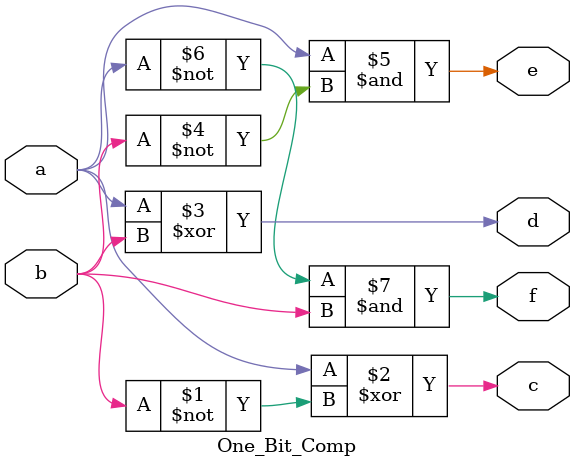
<source format=v>
`timescale 1ns / 1ps

module One_Bit_Comp(
    input a, b,
    output c, d, e, f
    );
    
    assign c = a ^ (~b);
    assign d = a ^ b;
    assign e = a & (~b);
    assign f = (~a) & b;
    
endmodule

</source>
